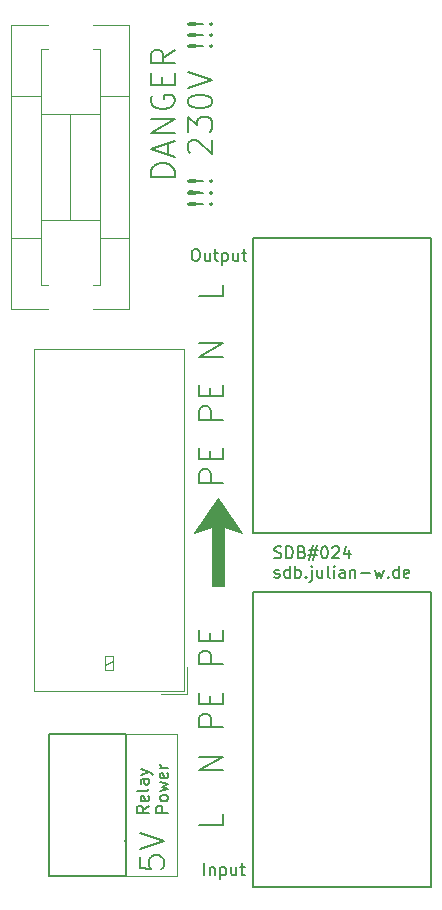
<source format=gto>
G04 #@! TF.GenerationSoftware,KiCad,Pcbnew,(5.1.9)-1*
G04 #@! TF.CreationDate,2021-04-18T13:23:29+02:00*
G04 #@! TF.ProjectId,relay-box,72656c61-792d-4626-9f78-2e6b69636164,rev?*
G04 #@! TF.SameCoordinates,Original*
G04 #@! TF.FileFunction,Legend,Top*
G04 #@! TF.FilePolarity,Positive*
%FSLAX46Y46*%
G04 Gerber Fmt 4.6, Leading zero omitted, Abs format (unit mm)*
G04 Created by KiCad (PCBNEW (5.1.9)-1) date 2021-04-18 13:23:29*
%MOMM*%
%LPD*%
G01*
G04 APERTURE LIST*
%ADD10C,0.150000*%
%ADD11C,0.120000*%
%ADD12C,0.100000*%
%ADD13C,0.200000*%
%ADD14C,1.524000*%
%ADD15O,1.650000X3.300000*%
%ADD16O,2.500000X2.500000*%
%ADD17R,2.500000X2.500000*%
%ADD18O,2.500000X4.000000*%
G04 APERTURE END LIST*
D10*
X66835595Y-148952380D02*
X66835595Y-147952380D01*
X67311785Y-148285714D02*
X67311785Y-148952380D01*
X67311785Y-148380952D02*
X67359404Y-148333333D01*
X67454642Y-148285714D01*
X67597500Y-148285714D01*
X67692738Y-148333333D01*
X67740357Y-148428571D01*
X67740357Y-148952380D01*
X68216547Y-148285714D02*
X68216547Y-149285714D01*
X68216547Y-148333333D02*
X68311785Y-148285714D01*
X68502261Y-148285714D01*
X68597500Y-148333333D01*
X68645119Y-148380952D01*
X68692738Y-148476190D01*
X68692738Y-148761904D01*
X68645119Y-148857142D01*
X68597500Y-148904761D01*
X68502261Y-148952380D01*
X68311785Y-148952380D01*
X68216547Y-148904761D01*
X69549880Y-148285714D02*
X69549880Y-148952380D01*
X69121309Y-148285714D02*
X69121309Y-148809523D01*
X69168928Y-148904761D01*
X69264166Y-148952380D01*
X69407023Y-148952380D01*
X69502261Y-148904761D01*
X69549880Y-148857142D01*
X69883214Y-148285714D02*
X70264166Y-148285714D01*
X70026071Y-147952380D02*
X70026071Y-148809523D01*
X70073690Y-148904761D01*
X70168928Y-148952380D01*
X70264166Y-148952380D01*
X66026071Y-95952380D02*
X66216547Y-95952380D01*
X66311785Y-96000000D01*
X66407023Y-96095238D01*
X66454642Y-96285714D01*
X66454642Y-96619047D01*
X66407023Y-96809523D01*
X66311785Y-96904761D01*
X66216547Y-96952380D01*
X66026071Y-96952380D01*
X65930833Y-96904761D01*
X65835595Y-96809523D01*
X65787976Y-96619047D01*
X65787976Y-96285714D01*
X65835595Y-96095238D01*
X65930833Y-96000000D01*
X66026071Y-95952380D01*
X67311785Y-96285714D02*
X67311785Y-96952380D01*
X66883214Y-96285714D02*
X66883214Y-96809523D01*
X66930833Y-96904761D01*
X67026071Y-96952380D01*
X67168928Y-96952380D01*
X67264166Y-96904761D01*
X67311785Y-96857142D01*
X67645119Y-96285714D02*
X68026071Y-96285714D01*
X67787976Y-95952380D02*
X67787976Y-96809523D01*
X67835595Y-96904761D01*
X67930833Y-96952380D01*
X68026071Y-96952380D01*
X68359404Y-96285714D02*
X68359404Y-97285714D01*
X68359404Y-96333333D02*
X68454642Y-96285714D01*
X68645119Y-96285714D01*
X68740357Y-96333333D01*
X68787976Y-96380952D01*
X68835595Y-96476190D01*
X68835595Y-96761904D01*
X68787976Y-96857142D01*
X68740357Y-96904761D01*
X68645119Y-96952380D01*
X68454642Y-96952380D01*
X68359404Y-96904761D01*
X69692738Y-96285714D02*
X69692738Y-96952380D01*
X69264166Y-96285714D02*
X69264166Y-96809523D01*
X69311785Y-96904761D01*
X69407023Y-96952380D01*
X69549880Y-96952380D01*
X69645119Y-96904761D01*
X69692738Y-96857142D01*
X70026071Y-96285714D02*
X70407023Y-96285714D01*
X70168928Y-95952380D02*
X70168928Y-96809523D01*
X70216547Y-96904761D01*
X70311785Y-96952380D01*
X70407023Y-96952380D01*
D11*
X64500000Y-149000000D02*
X60228600Y-149000000D01*
X64500000Y-137000000D02*
X64500000Y-149000000D01*
X60228600Y-137000000D02*
X64500000Y-137000000D01*
D10*
X62127380Y-143092976D02*
X61651190Y-143426309D01*
X62127380Y-143664404D02*
X61127380Y-143664404D01*
X61127380Y-143283452D01*
X61175000Y-143188214D01*
X61222619Y-143140595D01*
X61317857Y-143092976D01*
X61460714Y-143092976D01*
X61555952Y-143140595D01*
X61603571Y-143188214D01*
X61651190Y-143283452D01*
X61651190Y-143664404D01*
X62079761Y-142283452D02*
X62127380Y-142378690D01*
X62127380Y-142569166D01*
X62079761Y-142664404D01*
X61984523Y-142712023D01*
X61603571Y-142712023D01*
X61508333Y-142664404D01*
X61460714Y-142569166D01*
X61460714Y-142378690D01*
X61508333Y-142283452D01*
X61603571Y-142235833D01*
X61698809Y-142235833D01*
X61794047Y-142712023D01*
X62127380Y-141664404D02*
X62079761Y-141759642D01*
X61984523Y-141807261D01*
X61127380Y-141807261D01*
X62127380Y-140854880D02*
X61603571Y-140854880D01*
X61508333Y-140902500D01*
X61460714Y-140997738D01*
X61460714Y-141188214D01*
X61508333Y-141283452D01*
X62079761Y-140854880D02*
X62127380Y-140950119D01*
X62127380Y-141188214D01*
X62079761Y-141283452D01*
X61984523Y-141331071D01*
X61889285Y-141331071D01*
X61794047Y-141283452D01*
X61746428Y-141188214D01*
X61746428Y-140950119D01*
X61698809Y-140854880D01*
X61460714Y-140473928D02*
X62127380Y-140235833D01*
X61460714Y-139997738D02*
X62127380Y-140235833D01*
X62365476Y-140331071D01*
X62413095Y-140378690D01*
X62460714Y-140473928D01*
X63777380Y-143664404D02*
X62777380Y-143664404D01*
X62777380Y-143283452D01*
X62825000Y-143188214D01*
X62872619Y-143140595D01*
X62967857Y-143092976D01*
X63110714Y-143092976D01*
X63205952Y-143140595D01*
X63253571Y-143188214D01*
X63301190Y-143283452D01*
X63301190Y-143664404D01*
X63777380Y-142521547D02*
X63729761Y-142616785D01*
X63682142Y-142664404D01*
X63586904Y-142712023D01*
X63301190Y-142712023D01*
X63205952Y-142664404D01*
X63158333Y-142616785D01*
X63110714Y-142521547D01*
X63110714Y-142378690D01*
X63158333Y-142283452D01*
X63205952Y-142235833D01*
X63301190Y-142188214D01*
X63586904Y-142188214D01*
X63682142Y-142235833D01*
X63729761Y-142283452D01*
X63777380Y-142378690D01*
X63777380Y-142521547D01*
X63110714Y-141854880D02*
X63777380Y-141664404D01*
X63301190Y-141473928D01*
X63777380Y-141283452D01*
X63110714Y-141092976D01*
X63729761Y-140331071D02*
X63777380Y-140426309D01*
X63777380Y-140616785D01*
X63729761Y-140712023D01*
X63634523Y-140759642D01*
X63253571Y-140759642D01*
X63158333Y-140712023D01*
X63110714Y-140616785D01*
X63110714Y-140426309D01*
X63158333Y-140331071D01*
X63253571Y-140283452D01*
X63348809Y-140283452D01*
X63444047Y-140759642D01*
X63777380Y-139854880D02*
X63110714Y-139854880D01*
X63301190Y-139854880D02*
X63205952Y-139807261D01*
X63158333Y-139759642D01*
X63110714Y-139664404D01*
X63110714Y-139569166D01*
D12*
G36*
X70000000Y-120000000D02*
G01*
X68500000Y-119500000D01*
X67500000Y-119500000D01*
X66000000Y-120000000D01*
X68000000Y-117000000D01*
X70000000Y-120000000D01*
G37*
X70000000Y-120000000D02*
X68500000Y-119500000D01*
X67500000Y-119500000D01*
X66000000Y-120000000D01*
X68000000Y-117000000D01*
X70000000Y-120000000D01*
G36*
X68500000Y-124500000D02*
G01*
X67500000Y-124500000D01*
X67500000Y-119500000D01*
X68500000Y-119500000D01*
X68500000Y-124500000D01*
G37*
X68500000Y-124500000D02*
X67500000Y-124500000D01*
X67500000Y-119500000D01*
X68500000Y-119500000D01*
X68500000Y-124500000D01*
D10*
X72787976Y-122079761D02*
X72930833Y-122127380D01*
X73168928Y-122127380D01*
X73264166Y-122079761D01*
X73311785Y-122032142D01*
X73359404Y-121936904D01*
X73359404Y-121841666D01*
X73311785Y-121746428D01*
X73264166Y-121698809D01*
X73168928Y-121651190D01*
X72978452Y-121603571D01*
X72883214Y-121555952D01*
X72835595Y-121508333D01*
X72787976Y-121413095D01*
X72787976Y-121317857D01*
X72835595Y-121222619D01*
X72883214Y-121175000D01*
X72978452Y-121127380D01*
X73216547Y-121127380D01*
X73359404Y-121175000D01*
X73787976Y-122127380D02*
X73787976Y-121127380D01*
X74026071Y-121127380D01*
X74168928Y-121175000D01*
X74264166Y-121270238D01*
X74311785Y-121365476D01*
X74359404Y-121555952D01*
X74359404Y-121698809D01*
X74311785Y-121889285D01*
X74264166Y-121984523D01*
X74168928Y-122079761D01*
X74026071Y-122127380D01*
X73787976Y-122127380D01*
X75121309Y-121603571D02*
X75264166Y-121651190D01*
X75311785Y-121698809D01*
X75359404Y-121794047D01*
X75359404Y-121936904D01*
X75311785Y-122032142D01*
X75264166Y-122079761D01*
X75168928Y-122127380D01*
X74787976Y-122127380D01*
X74787976Y-121127380D01*
X75121309Y-121127380D01*
X75216547Y-121175000D01*
X75264166Y-121222619D01*
X75311785Y-121317857D01*
X75311785Y-121413095D01*
X75264166Y-121508333D01*
X75216547Y-121555952D01*
X75121309Y-121603571D01*
X74787976Y-121603571D01*
X75740357Y-121460714D02*
X76454642Y-121460714D01*
X76026071Y-121032142D02*
X75740357Y-122317857D01*
X76359404Y-121889285D02*
X75645119Y-121889285D01*
X76073690Y-122317857D02*
X76359404Y-121032142D01*
X76978452Y-121127380D02*
X77073690Y-121127380D01*
X77168928Y-121175000D01*
X77216547Y-121222619D01*
X77264166Y-121317857D01*
X77311785Y-121508333D01*
X77311785Y-121746428D01*
X77264166Y-121936904D01*
X77216547Y-122032142D01*
X77168928Y-122079761D01*
X77073690Y-122127380D01*
X76978452Y-122127380D01*
X76883214Y-122079761D01*
X76835595Y-122032142D01*
X76787976Y-121936904D01*
X76740357Y-121746428D01*
X76740357Y-121508333D01*
X76787976Y-121317857D01*
X76835595Y-121222619D01*
X76883214Y-121175000D01*
X76978452Y-121127380D01*
X77692738Y-121222619D02*
X77740357Y-121175000D01*
X77835595Y-121127380D01*
X78073690Y-121127380D01*
X78168928Y-121175000D01*
X78216547Y-121222619D01*
X78264166Y-121317857D01*
X78264166Y-121413095D01*
X78216547Y-121555952D01*
X77645119Y-122127380D01*
X78264166Y-122127380D01*
X79121309Y-121460714D02*
X79121309Y-122127380D01*
X78883214Y-121079761D02*
X78645119Y-121794047D01*
X79264166Y-121794047D01*
X72787976Y-123729761D02*
X72883214Y-123777380D01*
X73073690Y-123777380D01*
X73168928Y-123729761D01*
X73216547Y-123634523D01*
X73216547Y-123586904D01*
X73168928Y-123491666D01*
X73073690Y-123444047D01*
X72930833Y-123444047D01*
X72835595Y-123396428D01*
X72787976Y-123301190D01*
X72787976Y-123253571D01*
X72835595Y-123158333D01*
X72930833Y-123110714D01*
X73073690Y-123110714D01*
X73168928Y-123158333D01*
X74073690Y-123777380D02*
X74073690Y-122777380D01*
X74073690Y-123729761D02*
X73978452Y-123777380D01*
X73787976Y-123777380D01*
X73692738Y-123729761D01*
X73645119Y-123682142D01*
X73597500Y-123586904D01*
X73597500Y-123301190D01*
X73645119Y-123205952D01*
X73692738Y-123158333D01*
X73787976Y-123110714D01*
X73978452Y-123110714D01*
X74073690Y-123158333D01*
X74549880Y-123777380D02*
X74549880Y-122777380D01*
X74549880Y-123158333D02*
X74645119Y-123110714D01*
X74835595Y-123110714D01*
X74930833Y-123158333D01*
X74978452Y-123205952D01*
X75026071Y-123301190D01*
X75026071Y-123586904D01*
X74978452Y-123682142D01*
X74930833Y-123729761D01*
X74835595Y-123777380D01*
X74645119Y-123777380D01*
X74549880Y-123729761D01*
X75454642Y-123682142D02*
X75502261Y-123729761D01*
X75454642Y-123777380D01*
X75407023Y-123729761D01*
X75454642Y-123682142D01*
X75454642Y-123777380D01*
X75930833Y-123110714D02*
X75930833Y-123967857D01*
X75883214Y-124063095D01*
X75787976Y-124110714D01*
X75740357Y-124110714D01*
X75930833Y-122777380D02*
X75883214Y-122825000D01*
X75930833Y-122872619D01*
X75978452Y-122825000D01*
X75930833Y-122777380D01*
X75930833Y-122872619D01*
X76835595Y-123110714D02*
X76835595Y-123777380D01*
X76407023Y-123110714D02*
X76407023Y-123634523D01*
X76454642Y-123729761D01*
X76549880Y-123777380D01*
X76692738Y-123777380D01*
X76787976Y-123729761D01*
X76835595Y-123682142D01*
X77454642Y-123777380D02*
X77359404Y-123729761D01*
X77311785Y-123634523D01*
X77311785Y-122777380D01*
X77835595Y-123777380D02*
X77835595Y-123110714D01*
X77835595Y-122777380D02*
X77787976Y-122825000D01*
X77835595Y-122872619D01*
X77883214Y-122825000D01*
X77835595Y-122777380D01*
X77835595Y-122872619D01*
X78740357Y-123777380D02*
X78740357Y-123253571D01*
X78692738Y-123158333D01*
X78597500Y-123110714D01*
X78407023Y-123110714D01*
X78311785Y-123158333D01*
X78740357Y-123729761D02*
X78645119Y-123777380D01*
X78407023Y-123777380D01*
X78311785Y-123729761D01*
X78264166Y-123634523D01*
X78264166Y-123539285D01*
X78311785Y-123444047D01*
X78407023Y-123396428D01*
X78645119Y-123396428D01*
X78740357Y-123348809D01*
X79216547Y-123110714D02*
X79216547Y-123777380D01*
X79216547Y-123205952D02*
X79264166Y-123158333D01*
X79359404Y-123110714D01*
X79502261Y-123110714D01*
X79597500Y-123158333D01*
X79645119Y-123253571D01*
X79645119Y-123777380D01*
X80121309Y-123396428D02*
X80883214Y-123396428D01*
X81264166Y-123110714D02*
X81454642Y-123777380D01*
X81645119Y-123301190D01*
X81835595Y-123777380D01*
X82026071Y-123110714D01*
X82407023Y-123682142D02*
X82454642Y-123729761D01*
X82407023Y-123777380D01*
X82359404Y-123729761D01*
X82407023Y-123682142D01*
X82407023Y-123777380D01*
X83311785Y-123777380D02*
X83311785Y-122777380D01*
X83311785Y-123729761D02*
X83216547Y-123777380D01*
X83026071Y-123777380D01*
X82930833Y-123729761D01*
X82883214Y-123682142D01*
X82835595Y-123586904D01*
X82835595Y-123301190D01*
X82883214Y-123205952D01*
X82930833Y-123158333D01*
X83026071Y-123110714D01*
X83216547Y-123110714D01*
X83311785Y-123158333D01*
X84168928Y-123729761D02*
X84073690Y-123777380D01*
X83883214Y-123777380D01*
X83787976Y-123729761D01*
X83740357Y-123634523D01*
X83740357Y-123253571D01*
X83787976Y-123158333D01*
X83883214Y-123110714D01*
X84073690Y-123110714D01*
X84168928Y-123158333D01*
X84216547Y-123253571D01*
X84216547Y-123348809D01*
X83740357Y-123444047D01*
X61404761Y-147380952D02*
X61404761Y-148333333D01*
X62357142Y-148428571D01*
X62261904Y-148333333D01*
X62166666Y-148142857D01*
X62166666Y-147666666D01*
X62261904Y-147476190D01*
X62357142Y-147380952D01*
X62547619Y-147285714D01*
X63023809Y-147285714D01*
X63214285Y-147380952D01*
X63309523Y-147476190D01*
X63404761Y-147666666D01*
X63404761Y-148142857D01*
X63309523Y-148333333D01*
X63214285Y-148428571D01*
X61404761Y-146714285D02*
X63404761Y-146047619D01*
X61404761Y-145380952D01*
X64329761Y-89833333D02*
X62329761Y-89833333D01*
X62329761Y-89357142D01*
X62425000Y-89071428D01*
X62615476Y-88880952D01*
X62805952Y-88785714D01*
X63186904Y-88690476D01*
X63472619Y-88690476D01*
X63853571Y-88785714D01*
X64044047Y-88880952D01*
X64234523Y-89071428D01*
X64329761Y-89357142D01*
X64329761Y-89833333D01*
X63758333Y-87928571D02*
X63758333Y-86976190D01*
X64329761Y-88119047D02*
X62329761Y-87452380D01*
X64329761Y-86785714D01*
X64329761Y-86119047D02*
X62329761Y-86119047D01*
X64329761Y-84976190D01*
X62329761Y-84976190D01*
X62425000Y-82976190D02*
X62329761Y-83166666D01*
X62329761Y-83452380D01*
X62425000Y-83738095D01*
X62615476Y-83928571D01*
X62805952Y-84023809D01*
X63186904Y-84119047D01*
X63472619Y-84119047D01*
X63853571Y-84023809D01*
X64044047Y-83928571D01*
X64234523Y-83738095D01*
X64329761Y-83452380D01*
X64329761Y-83261904D01*
X64234523Y-82976190D01*
X64139285Y-82880952D01*
X63472619Y-82880952D01*
X63472619Y-83261904D01*
X63282142Y-82023809D02*
X63282142Y-81357142D01*
X64329761Y-81071428D02*
X64329761Y-82023809D01*
X62329761Y-82023809D01*
X62329761Y-81071428D01*
X64329761Y-79071428D02*
X63377380Y-79738095D01*
X64329761Y-80214285D02*
X62329761Y-80214285D01*
X62329761Y-79452380D01*
X62425000Y-79261904D01*
X62520238Y-79166666D01*
X62710714Y-79071428D01*
X62996428Y-79071428D01*
X63186904Y-79166666D01*
X63282142Y-79261904D01*
X63377380Y-79452380D01*
X63377380Y-80214285D01*
X67289285Y-92119047D02*
X67384523Y-92023809D01*
X67479761Y-92119047D01*
X67384523Y-92214285D01*
X67289285Y-92119047D01*
X67479761Y-92119047D01*
X66717857Y-92119047D02*
X65575000Y-92214285D01*
X65479761Y-92119047D01*
X65575000Y-92023809D01*
X66717857Y-92119047D01*
X65479761Y-92119047D01*
X67289285Y-91166666D02*
X67384523Y-91071428D01*
X67479761Y-91166666D01*
X67384523Y-91261904D01*
X67289285Y-91166666D01*
X67479761Y-91166666D01*
X66717857Y-91166666D02*
X65575000Y-91261904D01*
X65479761Y-91166666D01*
X65575000Y-91071428D01*
X66717857Y-91166666D01*
X65479761Y-91166666D01*
X67289285Y-90214285D02*
X67384523Y-90119047D01*
X67479761Y-90214285D01*
X67384523Y-90309523D01*
X67289285Y-90214285D01*
X67479761Y-90214285D01*
X66717857Y-90214285D02*
X65575000Y-90309523D01*
X65479761Y-90214285D01*
X65575000Y-90119047D01*
X66717857Y-90214285D01*
X65479761Y-90214285D01*
X65670238Y-87833333D02*
X65575000Y-87738095D01*
X65479761Y-87547619D01*
X65479761Y-87071428D01*
X65575000Y-86880952D01*
X65670238Y-86785714D01*
X65860714Y-86690476D01*
X66051190Y-86690476D01*
X66336904Y-86785714D01*
X67479761Y-87928571D01*
X67479761Y-86690476D01*
X65479761Y-86023809D02*
X65479761Y-84785714D01*
X66241666Y-85452380D01*
X66241666Y-85166666D01*
X66336904Y-84976190D01*
X66432142Y-84880952D01*
X66622619Y-84785714D01*
X67098809Y-84785714D01*
X67289285Y-84880952D01*
X67384523Y-84976190D01*
X67479761Y-85166666D01*
X67479761Y-85738095D01*
X67384523Y-85928571D01*
X67289285Y-86023809D01*
X65479761Y-83547619D02*
X65479761Y-83357142D01*
X65575000Y-83166666D01*
X65670238Y-83071428D01*
X65860714Y-82976190D01*
X66241666Y-82880952D01*
X66717857Y-82880952D01*
X67098809Y-82976190D01*
X67289285Y-83071428D01*
X67384523Y-83166666D01*
X67479761Y-83357142D01*
X67479761Y-83547619D01*
X67384523Y-83738095D01*
X67289285Y-83833333D01*
X67098809Y-83928571D01*
X66717857Y-84023809D01*
X66241666Y-84023809D01*
X65860714Y-83928571D01*
X65670238Y-83833333D01*
X65575000Y-83738095D01*
X65479761Y-83547619D01*
X65479761Y-82309523D02*
X67479761Y-81642857D01*
X65479761Y-80976190D01*
X67289285Y-78785714D02*
X67384523Y-78690476D01*
X67479761Y-78785714D01*
X67384523Y-78880952D01*
X67289285Y-78785714D01*
X67479761Y-78785714D01*
X66717857Y-78785714D02*
X65575000Y-78880952D01*
X65479761Y-78785714D01*
X65575000Y-78690476D01*
X66717857Y-78785714D01*
X65479761Y-78785714D01*
X67289285Y-77833333D02*
X67384523Y-77738095D01*
X67479761Y-77833333D01*
X67384523Y-77928571D01*
X67289285Y-77833333D01*
X67479761Y-77833333D01*
X66717857Y-77833333D02*
X65575000Y-77928571D01*
X65479761Y-77833333D01*
X65575000Y-77738095D01*
X66717857Y-77833333D01*
X65479761Y-77833333D01*
X67289285Y-76880952D02*
X67384523Y-76785714D01*
X67479761Y-76880952D01*
X67384523Y-76976190D01*
X67289285Y-76880952D01*
X67479761Y-76880952D01*
X66717857Y-76880952D02*
X65575000Y-76976190D01*
X65479761Y-76880952D01*
X65575000Y-76785714D01*
X66717857Y-76880952D01*
X65479761Y-76880952D01*
X68404761Y-115738095D02*
X66404761Y-115738095D01*
X66404761Y-114976190D01*
X66500000Y-114785714D01*
X66595238Y-114690476D01*
X66785714Y-114595238D01*
X67071428Y-114595238D01*
X67261904Y-114690476D01*
X67357142Y-114785714D01*
X67452380Y-114976190D01*
X67452380Y-115738095D01*
X67357142Y-113738095D02*
X67357142Y-113071428D01*
X68404761Y-112785714D02*
X68404761Y-113738095D01*
X66404761Y-113738095D01*
X66404761Y-112785714D01*
X68404761Y-110404761D02*
X66404761Y-110404761D01*
X66404761Y-109642857D01*
X66500000Y-109452380D01*
X66595238Y-109357142D01*
X66785714Y-109261904D01*
X67071428Y-109261904D01*
X67261904Y-109357142D01*
X67357142Y-109452380D01*
X67452380Y-109642857D01*
X67452380Y-110404761D01*
X67357142Y-108404761D02*
X67357142Y-107738095D01*
X68404761Y-107452380D02*
X68404761Y-108404761D01*
X66404761Y-108404761D01*
X66404761Y-107452380D01*
X68404761Y-105071428D02*
X66404761Y-105071428D01*
X68404761Y-103928571D01*
X66404761Y-103928571D01*
X68404761Y-98976190D02*
X68404761Y-99928571D01*
X66404761Y-99928571D01*
X68404761Y-143785714D02*
X68404761Y-144738095D01*
X66404761Y-144738095D01*
X68404761Y-140071428D02*
X66404761Y-140071428D01*
X68404761Y-138928571D01*
X66404761Y-138928571D01*
X68404761Y-136452380D02*
X66404761Y-136452380D01*
X66404761Y-135690476D01*
X66500000Y-135500000D01*
X66595238Y-135404761D01*
X66785714Y-135309523D01*
X67071428Y-135309523D01*
X67261904Y-135404761D01*
X67357142Y-135500000D01*
X67452380Y-135690476D01*
X67452380Y-136452380D01*
X67357142Y-134452380D02*
X67357142Y-133785714D01*
X68404761Y-133500000D02*
X68404761Y-134452380D01*
X66404761Y-134452380D01*
X66404761Y-133500000D01*
X68404761Y-131119047D02*
X66404761Y-131119047D01*
X66404761Y-130357142D01*
X66500000Y-130166666D01*
X66595238Y-130071428D01*
X66785714Y-129976190D01*
X67071428Y-129976190D01*
X67261904Y-130071428D01*
X67357142Y-130166666D01*
X67452380Y-130357142D01*
X67452380Y-131119047D01*
X67357142Y-129119047D02*
X67357142Y-128452380D01*
X68404761Y-128166666D02*
X68404761Y-129119047D01*
X66404761Y-129119047D01*
X66404761Y-128166666D01*
X71000000Y-120000000D02*
X71000000Y-115000000D01*
X86000000Y-120000000D02*
X71000000Y-120000000D01*
X86000000Y-95000000D02*
X86000000Y-120000000D01*
X71000000Y-95000000D02*
X86000000Y-95000000D01*
X71000000Y-115000000D02*
X71000000Y-95000000D01*
X86000000Y-125000000D02*
X86000000Y-130000000D01*
X71000000Y-125000000D02*
X86000000Y-125000000D01*
X71000000Y-150000000D02*
X71000000Y-125000000D01*
X86000000Y-150000000D02*
X71000000Y-150000000D01*
X86000000Y-130000000D02*
X86000000Y-150000000D01*
D13*
X60228600Y-137000000D02*
X53728600Y-137000000D01*
X60228600Y-149000000D02*
X53728600Y-149000000D01*
X53728600Y-137000000D02*
X53728600Y-149000000D01*
X60212400Y-145941800D02*
X60153200Y-146102300D01*
X60228200Y-145776300D02*
X60212400Y-145941800D01*
X60199900Y-145611600D02*
X60228200Y-145776300D01*
X60228600Y-149000000D02*
X60228600Y-137000000D01*
D11*
X52400000Y-104400000D02*
X52400000Y-133400000D01*
X52400000Y-133400000D02*
X65100000Y-133400000D01*
X65100000Y-133400000D02*
X65100000Y-104400000D01*
X65100000Y-104400000D02*
X52400000Y-104400000D01*
X59100000Y-130800000D02*
X58400000Y-131200000D01*
X58400000Y-130400000D02*
X58400000Y-131600000D01*
X58400000Y-131600000D02*
X59100000Y-131600000D01*
X59100000Y-131600000D02*
X59100000Y-130400000D01*
X59100000Y-130400000D02*
X58400000Y-130400000D01*
X65340000Y-131300000D02*
X65340000Y-133640000D01*
X65340000Y-133640000D02*
X63150000Y-133640000D01*
X50500000Y-101000000D02*
X53600000Y-101000000D01*
X50500000Y-77000000D02*
X50500000Y-101000000D01*
X60500000Y-77000000D02*
X57400000Y-77000000D01*
X60500000Y-101000000D02*
X60500000Y-77000000D01*
X57400000Y-101000000D02*
X60500000Y-101000000D01*
X53600000Y-77000000D02*
X50500000Y-77000000D01*
X53000000Y-99000000D02*
X53600000Y-99000000D01*
X53000000Y-79000000D02*
X53000000Y-99000000D01*
X58000000Y-79000000D02*
X57400000Y-79000000D01*
X58000000Y-99000000D02*
X58000000Y-79000000D01*
X57400000Y-99000000D02*
X58000000Y-99000000D01*
X53600000Y-79000000D02*
X53000000Y-79000000D01*
X53000000Y-84500000D02*
X58000000Y-84500000D01*
X53000000Y-93500000D02*
X58000000Y-93500000D01*
X55500000Y-93500000D02*
X55500000Y-84500000D01*
X50500000Y-83000000D02*
X53000000Y-83000000D01*
X60500000Y-83000000D02*
X58000000Y-83000000D01*
X60500000Y-95000000D02*
X58000000Y-95000000D01*
X53000000Y-95000000D02*
X50500000Y-95000000D01*
%LPC*%
D14*
X81000000Y-115000000D03*
X76000000Y-115000000D03*
X81000000Y-110000000D03*
X76000000Y-110000000D03*
X81000000Y-105000000D03*
X76000000Y-105000000D03*
X81000000Y-100000000D03*
X76000000Y-100000000D03*
X76000000Y-130000000D03*
X81000000Y-130000000D03*
X76000000Y-135000000D03*
X81000000Y-135000000D03*
X76000000Y-140000000D03*
X81000000Y-140000000D03*
X76000000Y-145000000D03*
X81000000Y-145000000D03*
D15*
X56528600Y-139300000D03*
X59028600Y-144300000D03*
D16*
X55000000Y-131000000D03*
X55000000Y-116000000D03*
X55000000Y-111000000D03*
X55000000Y-106000000D03*
X62500000Y-106000000D03*
X62500000Y-111000000D03*
X62500000Y-116000000D03*
D17*
X62500000Y-131000000D03*
D18*
X55500000Y-78000000D03*
X55500000Y-100000000D03*
M02*

</source>
